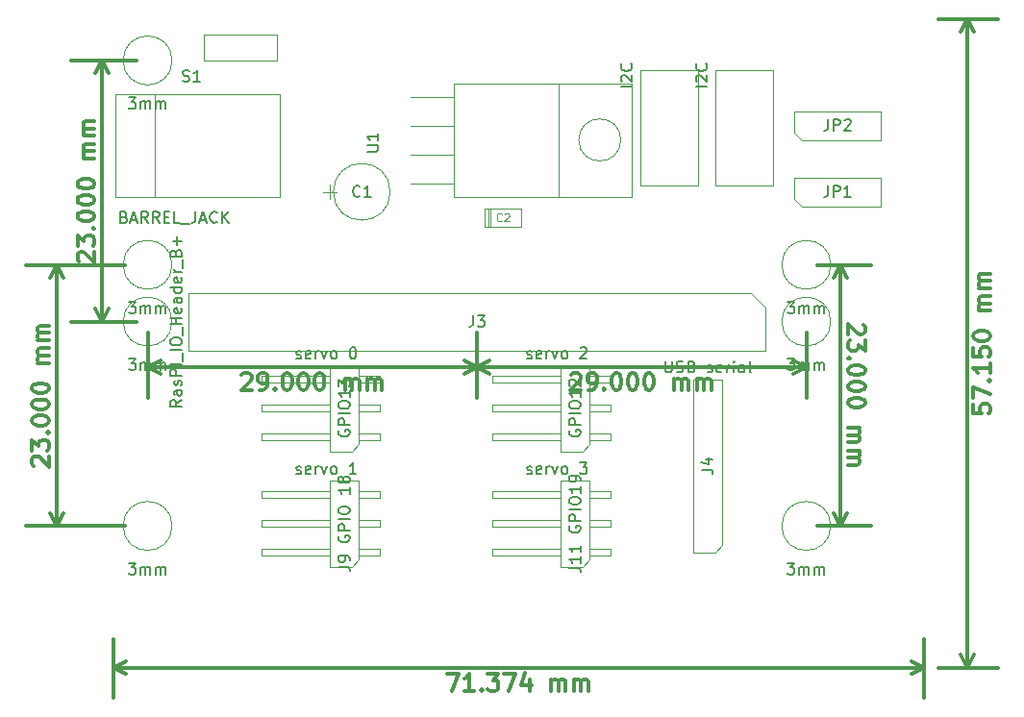
<source format=gbr>
G04 #@! TF.FileFunction,Other,Fab,Top*
%FSLAX46Y46*%
G04 Gerber Fmt 4.6, Leading zero omitted, Abs format (unit mm)*
G04 Created by KiCad (PCBNEW 4.0.7) date 2017 October 09, Monday 22:10:02*
%MOMM*%
%LPD*%
G01*
G04 APERTURE LIST*
%ADD10C,0.100000*%
%ADD11C,0.300000*%
%ADD12C,0.150000*%
%ADD13C,0.105000*%
G04 APERTURE END LIST*
D10*
D11*
X222778571Y-72103570D02*
X222778571Y-72817856D01*
X223492857Y-72889285D01*
X223421429Y-72817856D01*
X223350000Y-72674999D01*
X223350000Y-72317856D01*
X223421429Y-72174999D01*
X223492857Y-72103570D01*
X223635714Y-72032142D01*
X223992857Y-72032142D01*
X224135714Y-72103570D01*
X224207143Y-72174999D01*
X224278571Y-72317856D01*
X224278571Y-72674999D01*
X224207143Y-72817856D01*
X224135714Y-72889285D01*
X222778571Y-71532142D02*
X222778571Y-70532142D01*
X224278571Y-71174999D01*
X224135714Y-69960714D02*
X224207143Y-69889286D01*
X224278571Y-69960714D01*
X224207143Y-70032143D01*
X224135714Y-69960714D01*
X224278571Y-69960714D01*
X224278571Y-68460714D02*
X224278571Y-69317857D01*
X224278571Y-68889285D02*
X222778571Y-68889285D01*
X222992857Y-69032142D01*
X223135714Y-69175000D01*
X223207143Y-69317857D01*
X222778571Y-67103571D02*
X222778571Y-67817857D01*
X223492857Y-67889286D01*
X223421429Y-67817857D01*
X223350000Y-67675000D01*
X223350000Y-67317857D01*
X223421429Y-67175000D01*
X223492857Y-67103571D01*
X223635714Y-67032143D01*
X223992857Y-67032143D01*
X224135714Y-67103571D01*
X224207143Y-67175000D01*
X224278571Y-67317857D01*
X224278571Y-67675000D01*
X224207143Y-67817857D01*
X224135714Y-67889286D01*
X222778571Y-66103572D02*
X222778571Y-65960715D01*
X222850000Y-65817858D01*
X222921429Y-65746429D01*
X223064286Y-65675000D01*
X223350000Y-65603572D01*
X223707143Y-65603572D01*
X223992857Y-65675000D01*
X224135714Y-65746429D01*
X224207143Y-65817858D01*
X224278571Y-65960715D01*
X224278571Y-66103572D01*
X224207143Y-66246429D01*
X224135714Y-66317858D01*
X223992857Y-66389286D01*
X223707143Y-66460715D01*
X223350000Y-66460715D01*
X223064286Y-66389286D01*
X222921429Y-66317858D01*
X222850000Y-66246429D01*
X222778571Y-66103572D01*
X224278571Y-63817858D02*
X223278571Y-63817858D01*
X223421429Y-63817858D02*
X223350000Y-63746430D01*
X223278571Y-63603572D01*
X223278571Y-63389287D01*
X223350000Y-63246430D01*
X223492857Y-63175001D01*
X224278571Y-63175001D01*
X223492857Y-63175001D02*
X223350000Y-63103572D01*
X223278571Y-62960715D01*
X223278571Y-62746430D01*
X223350000Y-62603572D01*
X223492857Y-62532144D01*
X224278571Y-62532144D01*
X224278571Y-61817858D02*
X223278571Y-61817858D01*
X223421429Y-61817858D02*
X223350000Y-61746430D01*
X223278571Y-61603572D01*
X223278571Y-61389287D01*
X223350000Y-61246430D01*
X223492857Y-61175001D01*
X224278571Y-61175001D01*
X223492857Y-61175001D02*
X223350000Y-61103572D01*
X223278571Y-60960715D01*
X223278571Y-60746430D01*
X223350000Y-60603572D01*
X223492857Y-60532144D01*
X224278571Y-60532144D01*
X222250000Y-95250000D02*
X222250000Y-38100000D01*
X219710000Y-95250000D02*
X224950000Y-95250000D01*
X219710000Y-38100000D02*
X224950000Y-38100000D01*
X222250000Y-38100000D02*
X222836421Y-39226504D01*
X222250000Y-38100000D02*
X221663579Y-39226504D01*
X222250000Y-95250000D02*
X222836421Y-94123496D01*
X222250000Y-95250000D02*
X221663579Y-94123496D01*
X176467287Y-95778571D02*
X177467287Y-95778571D01*
X176824430Y-97278571D01*
X178824429Y-97278571D02*
X177967286Y-97278571D01*
X178395858Y-97278571D02*
X178395858Y-95778571D01*
X178253001Y-95992857D01*
X178110143Y-96135714D01*
X177967286Y-96207143D01*
X179467286Y-97135714D02*
X179538714Y-97207143D01*
X179467286Y-97278571D01*
X179395857Y-97207143D01*
X179467286Y-97135714D01*
X179467286Y-97278571D01*
X180038715Y-95778571D02*
X180967286Y-95778571D01*
X180467286Y-96350000D01*
X180681572Y-96350000D01*
X180824429Y-96421429D01*
X180895858Y-96492857D01*
X180967286Y-96635714D01*
X180967286Y-96992857D01*
X180895858Y-97135714D01*
X180824429Y-97207143D01*
X180681572Y-97278571D01*
X180253000Y-97278571D01*
X180110143Y-97207143D01*
X180038715Y-97135714D01*
X181467286Y-95778571D02*
X182467286Y-95778571D01*
X181824429Y-97278571D01*
X183681571Y-96278571D02*
X183681571Y-97278571D01*
X183324428Y-95707143D02*
X182967285Y-96778571D01*
X183895857Y-96778571D01*
X185610142Y-97278571D02*
X185610142Y-96278571D01*
X185610142Y-96421429D02*
X185681570Y-96350000D01*
X185824428Y-96278571D01*
X186038713Y-96278571D01*
X186181570Y-96350000D01*
X186252999Y-96492857D01*
X186252999Y-97278571D01*
X186252999Y-96492857D02*
X186324428Y-96350000D01*
X186467285Y-96278571D01*
X186681570Y-96278571D01*
X186824428Y-96350000D01*
X186895856Y-96492857D01*
X186895856Y-97278571D01*
X187610142Y-97278571D02*
X187610142Y-96278571D01*
X187610142Y-96421429D02*
X187681570Y-96350000D01*
X187824428Y-96278571D01*
X188038713Y-96278571D01*
X188181570Y-96350000D01*
X188252999Y-96492857D01*
X188252999Y-97278571D01*
X188252999Y-96492857D02*
X188324428Y-96350000D01*
X188467285Y-96278571D01*
X188681570Y-96278571D01*
X188824428Y-96350000D01*
X188895856Y-96492857D01*
X188895856Y-97278571D01*
X147066000Y-95250000D02*
X218440000Y-95250000D01*
X147066000Y-92710000D02*
X147066000Y-97950000D01*
X218440000Y-92710000D02*
X218440000Y-97950000D01*
X218440000Y-95250000D02*
X217313496Y-95836421D01*
X218440000Y-95250000D02*
X217313496Y-94663579D01*
X147066000Y-95250000D02*
X148192504Y-95836421D01*
X147066000Y-95250000D02*
X148192504Y-94663579D01*
X140041429Y-77484285D02*
X139970000Y-77412856D01*
X139898571Y-77269999D01*
X139898571Y-76912856D01*
X139970000Y-76769999D01*
X140041429Y-76698570D01*
X140184286Y-76627142D01*
X140327143Y-76627142D01*
X140541429Y-76698570D01*
X141398571Y-77555713D01*
X141398571Y-76627142D01*
X139898571Y-76127142D02*
X139898571Y-75198571D01*
X140470000Y-75698571D01*
X140470000Y-75484285D01*
X140541429Y-75341428D01*
X140612857Y-75269999D01*
X140755714Y-75198571D01*
X141112857Y-75198571D01*
X141255714Y-75269999D01*
X141327143Y-75341428D01*
X141398571Y-75484285D01*
X141398571Y-75912857D01*
X141327143Y-76055714D01*
X141255714Y-76127142D01*
X141255714Y-74555714D02*
X141327143Y-74484286D01*
X141398571Y-74555714D01*
X141327143Y-74627143D01*
X141255714Y-74555714D01*
X141398571Y-74555714D01*
X139898571Y-73555714D02*
X139898571Y-73412857D01*
X139970000Y-73270000D01*
X140041429Y-73198571D01*
X140184286Y-73127142D01*
X140470000Y-73055714D01*
X140827143Y-73055714D01*
X141112857Y-73127142D01*
X141255714Y-73198571D01*
X141327143Y-73270000D01*
X141398571Y-73412857D01*
X141398571Y-73555714D01*
X141327143Y-73698571D01*
X141255714Y-73770000D01*
X141112857Y-73841428D01*
X140827143Y-73912857D01*
X140470000Y-73912857D01*
X140184286Y-73841428D01*
X140041429Y-73770000D01*
X139970000Y-73698571D01*
X139898571Y-73555714D01*
X139898571Y-72127143D02*
X139898571Y-71984286D01*
X139970000Y-71841429D01*
X140041429Y-71770000D01*
X140184286Y-71698571D01*
X140470000Y-71627143D01*
X140827143Y-71627143D01*
X141112857Y-71698571D01*
X141255714Y-71770000D01*
X141327143Y-71841429D01*
X141398571Y-71984286D01*
X141398571Y-72127143D01*
X141327143Y-72270000D01*
X141255714Y-72341429D01*
X141112857Y-72412857D01*
X140827143Y-72484286D01*
X140470000Y-72484286D01*
X140184286Y-72412857D01*
X140041429Y-72341429D01*
X139970000Y-72270000D01*
X139898571Y-72127143D01*
X139898571Y-70698572D02*
X139898571Y-70555715D01*
X139970000Y-70412858D01*
X140041429Y-70341429D01*
X140184286Y-70270000D01*
X140470000Y-70198572D01*
X140827143Y-70198572D01*
X141112857Y-70270000D01*
X141255714Y-70341429D01*
X141327143Y-70412858D01*
X141398571Y-70555715D01*
X141398571Y-70698572D01*
X141327143Y-70841429D01*
X141255714Y-70912858D01*
X141112857Y-70984286D01*
X140827143Y-71055715D01*
X140470000Y-71055715D01*
X140184286Y-70984286D01*
X140041429Y-70912858D01*
X139970000Y-70841429D01*
X139898571Y-70698572D01*
X141398571Y-68412858D02*
X140398571Y-68412858D01*
X140541429Y-68412858D02*
X140470000Y-68341430D01*
X140398571Y-68198572D01*
X140398571Y-67984287D01*
X140470000Y-67841430D01*
X140612857Y-67770001D01*
X141398571Y-67770001D01*
X140612857Y-67770001D02*
X140470000Y-67698572D01*
X140398571Y-67555715D01*
X140398571Y-67341430D01*
X140470000Y-67198572D01*
X140612857Y-67127144D01*
X141398571Y-67127144D01*
X141398571Y-66412858D02*
X140398571Y-66412858D01*
X140541429Y-66412858D02*
X140470000Y-66341430D01*
X140398571Y-66198572D01*
X140398571Y-65984287D01*
X140470000Y-65841430D01*
X140612857Y-65770001D01*
X141398571Y-65770001D01*
X140612857Y-65770001D02*
X140470000Y-65698572D01*
X140398571Y-65555715D01*
X140398571Y-65341430D01*
X140470000Y-65198572D01*
X140612857Y-65127144D01*
X141398571Y-65127144D01*
X142070000Y-82770000D02*
X142070000Y-59770000D01*
X148070000Y-82770000D02*
X139370000Y-82770000D01*
X148070000Y-59770000D02*
X139370000Y-59770000D01*
X142070000Y-59770000D02*
X142656421Y-60896504D01*
X142070000Y-59770000D02*
X141483579Y-60896504D01*
X142070000Y-82770000D02*
X142656421Y-81643496D01*
X142070000Y-82770000D02*
X141483579Y-81643496D01*
X213098571Y-65055715D02*
X213170000Y-65127144D01*
X213241429Y-65270001D01*
X213241429Y-65627144D01*
X213170000Y-65770001D01*
X213098571Y-65841430D01*
X212955714Y-65912858D01*
X212812857Y-65912858D01*
X212598571Y-65841430D01*
X211741429Y-64984287D01*
X211741429Y-65912858D01*
X213241429Y-66412858D02*
X213241429Y-67341429D01*
X212670000Y-66841429D01*
X212670000Y-67055715D01*
X212598571Y-67198572D01*
X212527143Y-67270001D01*
X212384286Y-67341429D01*
X212027143Y-67341429D01*
X211884286Y-67270001D01*
X211812857Y-67198572D01*
X211741429Y-67055715D01*
X211741429Y-66627143D01*
X211812857Y-66484286D01*
X211884286Y-66412858D01*
X211884286Y-67984286D02*
X211812857Y-68055714D01*
X211741429Y-67984286D01*
X211812857Y-67912857D01*
X211884286Y-67984286D01*
X211741429Y-67984286D01*
X213241429Y-68984286D02*
X213241429Y-69127143D01*
X213170000Y-69270000D01*
X213098571Y-69341429D01*
X212955714Y-69412858D01*
X212670000Y-69484286D01*
X212312857Y-69484286D01*
X212027143Y-69412858D01*
X211884286Y-69341429D01*
X211812857Y-69270000D01*
X211741429Y-69127143D01*
X211741429Y-68984286D01*
X211812857Y-68841429D01*
X211884286Y-68770000D01*
X212027143Y-68698572D01*
X212312857Y-68627143D01*
X212670000Y-68627143D01*
X212955714Y-68698572D01*
X213098571Y-68770000D01*
X213170000Y-68841429D01*
X213241429Y-68984286D01*
X213241429Y-70412857D02*
X213241429Y-70555714D01*
X213170000Y-70698571D01*
X213098571Y-70770000D01*
X212955714Y-70841429D01*
X212670000Y-70912857D01*
X212312857Y-70912857D01*
X212027143Y-70841429D01*
X211884286Y-70770000D01*
X211812857Y-70698571D01*
X211741429Y-70555714D01*
X211741429Y-70412857D01*
X211812857Y-70270000D01*
X211884286Y-70198571D01*
X212027143Y-70127143D01*
X212312857Y-70055714D01*
X212670000Y-70055714D01*
X212955714Y-70127143D01*
X213098571Y-70198571D01*
X213170000Y-70270000D01*
X213241429Y-70412857D01*
X213241429Y-71841428D02*
X213241429Y-71984285D01*
X213170000Y-72127142D01*
X213098571Y-72198571D01*
X212955714Y-72270000D01*
X212670000Y-72341428D01*
X212312857Y-72341428D01*
X212027143Y-72270000D01*
X211884286Y-72198571D01*
X211812857Y-72127142D01*
X211741429Y-71984285D01*
X211741429Y-71841428D01*
X211812857Y-71698571D01*
X211884286Y-71627142D01*
X212027143Y-71555714D01*
X212312857Y-71484285D01*
X212670000Y-71484285D01*
X212955714Y-71555714D01*
X213098571Y-71627142D01*
X213170000Y-71698571D01*
X213241429Y-71841428D01*
X211741429Y-74127142D02*
X212741429Y-74127142D01*
X212598571Y-74127142D02*
X212670000Y-74198570D01*
X212741429Y-74341428D01*
X212741429Y-74555713D01*
X212670000Y-74698570D01*
X212527143Y-74769999D01*
X211741429Y-74769999D01*
X212527143Y-74769999D02*
X212670000Y-74841428D01*
X212741429Y-74984285D01*
X212741429Y-75198570D01*
X212670000Y-75341428D01*
X212527143Y-75412856D01*
X211741429Y-75412856D01*
X211741429Y-76127142D02*
X212741429Y-76127142D01*
X212598571Y-76127142D02*
X212670000Y-76198570D01*
X212741429Y-76341428D01*
X212741429Y-76555713D01*
X212670000Y-76698570D01*
X212527143Y-76769999D01*
X211741429Y-76769999D01*
X212527143Y-76769999D02*
X212670000Y-76841428D01*
X212741429Y-76984285D01*
X212741429Y-77198570D01*
X212670000Y-77341428D01*
X212527143Y-77412856D01*
X211741429Y-77412856D01*
X211070000Y-59770000D02*
X211070000Y-82770000D01*
X209070000Y-59770000D02*
X213770000Y-59770000D01*
X209070000Y-82770000D02*
X213770000Y-82770000D01*
X211070000Y-82770000D02*
X210483579Y-81643496D01*
X211070000Y-82770000D02*
X211656421Y-81643496D01*
X211070000Y-59770000D02*
X210483579Y-60896504D01*
X211070000Y-59770000D02*
X211656421Y-60896504D01*
X187355715Y-69441429D02*
X187427144Y-69370000D01*
X187570001Y-69298571D01*
X187927144Y-69298571D01*
X188070001Y-69370000D01*
X188141430Y-69441429D01*
X188212858Y-69584286D01*
X188212858Y-69727143D01*
X188141430Y-69941429D01*
X187284287Y-70798571D01*
X188212858Y-70798571D01*
X188927143Y-70798571D02*
X189212858Y-70798571D01*
X189355715Y-70727143D01*
X189427143Y-70655714D01*
X189570001Y-70441429D01*
X189641429Y-70155714D01*
X189641429Y-69584286D01*
X189570001Y-69441429D01*
X189498572Y-69370000D01*
X189355715Y-69298571D01*
X189070001Y-69298571D01*
X188927143Y-69370000D01*
X188855715Y-69441429D01*
X188784286Y-69584286D01*
X188784286Y-69941429D01*
X188855715Y-70084286D01*
X188927143Y-70155714D01*
X189070001Y-70227143D01*
X189355715Y-70227143D01*
X189498572Y-70155714D01*
X189570001Y-70084286D01*
X189641429Y-69941429D01*
X190284286Y-70655714D02*
X190355714Y-70727143D01*
X190284286Y-70798571D01*
X190212857Y-70727143D01*
X190284286Y-70655714D01*
X190284286Y-70798571D01*
X191284286Y-69298571D02*
X191427143Y-69298571D01*
X191570000Y-69370000D01*
X191641429Y-69441429D01*
X191712858Y-69584286D01*
X191784286Y-69870000D01*
X191784286Y-70227143D01*
X191712858Y-70512857D01*
X191641429Y-70655714D01*
X191570000Y-70727143D01*
X191427143Y-70798571D01*
X191284286Y-70798571D01*
X191141429Y-70727143D01*
X191070000Y-70655714D01*
X190998572Y-70512857D01*
X190927143Y-70227143D01*
X190927143Y-69870000D01*
X190998572Y-69584286D01*
X191070000Y-69441429D01*
X191141429Y-69370000D01*
X191284286Y-69298571D01*
X192712857Y-69298571D02*
X192855714Y-69298571D01*
X192998571Y-69370000D01*
X193070000Y-69441429D01*
X193141429Y-69584286D01*
X193212857Y-69870000D01*
X193212857Y-70227143D01*
X193141429Y-70512857D01*
X193070000Y-70655714D01*
X192998571Y-70727143D01*
X192855714Y-70798571D01*
X192712857Y-70798571D01*
X192570000Y-70727143D01*
X192498571Y-70655714D01*
X192427143Y-70512857D01*
X192355714Y-70227143D01*
X192355714Y-69870000D01*
X192427143Y-69584286D01*
X192498571Y-69441429D01*
X192570000Y-69370000D01*
X192712857Y-69298571D01*
X194141428Y-69298571D02*
X194284285Y-69298571D01*
X194427142Y-69370000D01*
X194498571Y-69441429D01*
X194570000Y-69584286D01*
X194641428Y-69870000D01*
X194641428Y-70227143D01*
X194570000Y-70512857D01*
X194498571Y-70655714D01*
X194427142Y-70727143D01*
X194284285Y-70798571D01*
X194141428Y-70798571D01*
X193998571Y-70727143D01*
X193927142Y-70655714D01*
X193855714Y-70512857D01*
X193784285Y-70227143D01*
X193784285Y-69870000D01*
X193855714Y-69584286D01*
X193927142Y-69441429D01*
X193998571Y-69370000D01*
X194141428Y-69298571D01*
X196427142Y-70798571D02*
X196427142Y-69798571D01*
X196427142Y-69941429D02*
X196498570Y-69870000D01*
X196641428Y-69798571D01*
X196855713Y-69798571D01*
X196998570Y-69870000D01*
X197069999Y-70012857D01*
X197069999Y-70798571D01*
X197069999Y-70012857D02*
X197141428Y-69870000D01*
X197284285Y-69798571D01*
X197498570Y-69798571D01*
X197641428Y-69870000D01*
X197712856Y-70012857D01*
X197712856Y-70798571D01*
X198427142Y-70798571D02*
X198427142Y-69798571D01*
X198427142Y-69941429D02*
X198498570Y-69870000D01*
X198641428Y-69798571D01*
X198855713Y-69798571D01*
X198998570Y-69870000D01*
X199069999Y-70012857D01*
X199069999Y-70798571D01*
X199069999Y-70012857D02*
X199141428Y-69870000D01*
X199284285Y-69798571D01*
X199498570Y-69798571D01*
X199641428Y-69870000D01*
X199712856Y-70012857D01*
X199712856Y-70798571D01*
X179070000Y-68770000D02*
X208070000Y-68770000D01*
X179070000Y-65770000D02*
X179070000Y-71470000D01*
X208070000Y-65770000D02*
X208070000Y-71470000D01*
X208070000Y-68770000D02*
X206943496Y-69356421D01*
X208070000Y-68770000D02*
X206943496Y-68183579D01*
X179070000Y-68770000D02*
X180196504Y-69356421D01*
X179070000Y-68770000D02*
X180196504Y-68183579D01*
X144041429Y-59484285D02*
X143970000Y-59412856D01*
X143898571Y-59269999D01*
X143898571Y-58912856D01*
X143970000Y-58769999D01*
X144041429Y-58698570D01*
X144184286Y-58627142D01*
X144327143Y-58627142D01*
X144541429Y-58698570D01*
X145398571Y-59555713D01*
X145398571Y-58627142D01*
X143898571Y-58127142D02*
X143898571Y-57198571D01*
X144470000Y-57698571D01*
X144470000Y-57484285D01*
X144541429Y-57341428D01*
X144612857Y-57269999D01*
X144755714Y-57198571D01*
X145112857Y-57198571D01*
X145255714Y-57269999D01*
X145327143Y-57341428D01*
X145398571Y-57484285D01*
X145398571Y-57912857D01*
X145327143Y-58055714D01*
X145255714Y-58127142D01*
X145255714Y-56555714D02*
X145327143Y-56484286D01*
X145398571Y-56555714D01*
X145327143Y-56627143D01*
X145255714Y-56555714D01*
X145398571Y-56555714D01*
X143898571Y-55555714D02*
X143898571Y-55412857D01*
X143970000Y-55270000D01*
X144041429Y-55198571D01*
X144184286Y-55127142D01*
X144470000Y-55055714D01*
X144827143Y-55055714D01*
X145112857Y-55127142D01*
X145255714Y-55198571D01*
X145327143Y-55270000D01*
X145398571Y-55412857D01*
X145398571Y-55555714D01*
X145327143Y-55698571D01*
X145255714Y-55770000D01*
X145112857Y-55841428D01*
X144827143Y-55912857D01*
X144470000Y-55912857D01*
X144184286Y-55841428D01*
X144041429Y-55770000D01*
X143970000Y-55698571D01*
X143898571Y-55555714D01*
X143898571Y-54127143D02*
X143898571Y-53984286D01*
X143970000Y-53841429D01*
X144041429Y-53770000D01*
X144184286Y-53698571D01*
X144470000Y-53627143D01*
X144827143Y-53627143D01*
X145112857Y-53698571D01*
X145255714Y-53770000D01*
X145327143Y-53841429D01*
X145398571Y-53984286D01*
X145398571Y-54127143D01*
X145327143Y-54270000D01*
X145255714Y-54341429D01*
X145112857Y-54412857D01*
X144827143Y-54484286D01*
X144470000Y-54484286D01*
X144184286Y-54412857D01*
X144041429Y-54341429D01*
X143970000Y-54270000D01*
X143898571Y-54127143D01*
X143898571Y-52698572D02*
X143898571Y-52555715D01*
X143970000Y-52412858D01*
X144041429Y-52341429D01*
X144184286Y-52270000D01*
X144470000Y-52198572D01*
X144827143Y-52198572D01*
X145112857Y-52270000D01*
X145255714Y-52341429D01*
X145327143Y-52412858D01*
X145398571Y-52555715D01*
X145398571Y-52698572D01*
X145327143Y-52841429D01*
X145255714Y-52912858D01*
X145112857Y-52984286D01*
X144827143Y-53055715D01*
X144470000Y-53055715D01*
X144184286Y-52984286D01*
X144041429Y-52912858D01*
X143970000Y-52841429D01*
X143898571Y-52698572D01*
X145398571Y-50412858D02*
X144398571Y-50412858D01*
X144541429Y-50412858D02*
X144470000Y-50341430D01*
X144398571Y-50198572D01*
X144398571Y-49984287D01*
X144470000Y-49841430D01*
X144612857Y-49770001D01*
X145398571Y-49770001D01*
X144612857Y-49770001D02*
X144470000Y-49698572D01*
X144398571Y-49555715D01*
X144398571Y-49341430D01*
X144470000Y-49198572D01*
X144612857Y-49127144D01*
X145398571Y-49127144D01*
X145398571Y-48412858D02*
X144398571Y-48412858D01*
X144541429Y-48412858D02*
X144470000Y-48341430D01*
X144398571Y-48198572D01*
X144398571Y-47984287D01*
X144470000Y-47841430D01*
X144612857Y-47770001D01*
X145398571Y-47770001D01*
X144612857Y-47770001D02*
X144470000Y-47698572D01*
X144398571Y-47555715D01*
X144398571Y-47341430D01*
X144470000Y-47198572D01*
X144612857Y-47127144D01*
X145398571Y-47127144D01*
X146070000Y-64770000D02*
X146070000Y-41770000D01*
X149070000Y-64770000D02*
X143370000Y-64770000D01*
X149070000Y-41770000D02*
X143370000Y-41770000D01*
X146070000Y-41770000D02*
X146656421Y-42896504D01*
X146070000Y-41770000D02*
X145483579Y-42896504D01*
X146070000Y-64770000D02*
X146656421Y-63643496D01*
X146070000Y-64770000D02*
X145483579Y-63643496D01*
X158355715Y-69441429D02*
X158427144Y-69370000D01*
X158570001Y-69298571D01*
X158927144Y-69298571D01*
X159070001Y-69370000D01*
X159141430Y-69441429D01*
X159212858Y-69584286D01*
X159212858Y-69727143D01*
X159141430Y-69941429D01*
X158284287Y-70798571D01*
X159212858Y-70798571D01*
X159927143Y-70798571D02*
X160212858Y-70798571D01*
X160355715Y-70727143D01*
X160427143Y-70655714D01*
X160570001Y-70441429D01*
X160641429Y-70155714D01*
X160641429Y-69584286D01*
X160570001Y-69441429D01*
X160498572Y-69370000D01*
X160355715Y-69298571D01*
X160070001Y-69298571D01*
X159927143Y-69370000D01*
X159855715Y-69441429D01*
X159784286Y-69584286D01*
X159784286Y-69941429D01*
X159855715Y-70084286D01*
X159927143Y-70155714D01*
X160070001Y-70227143D01*
X160355715Y-70227143D01*
X160498572Y-70155714D01*
X160570001Y-70084286D01*
X160641429Y-69941429D01*
X161284286Y-70655714D02*
X161355714Y-70727143D01*
X161284286Y-70798571D01*
X161212857Y-70727143D01*
X161284286Y-70655714D01*
X161284286Y-70798571D01*
X162284286Y-69298571D02*
X162427143Y-69298571D01*
X162570000Y-69370000D01*
X162641429Y-69441429D01*
X162712858Y-69584286D01*
X162784286Y-69870000D01*
X162784286Y-70227143D01*
X162712858Y-70512857D01*
X162641429Y-70655714D01*
X162570000Y-70727143D01*
X162427143Y-70798571D01*
X162284286Y-70798571D01*
X162141429Y-70727143D01*
X162070000Y-70655714D01*
X161998572Y-70512857D01*
X161927143Y-70227143D01*
X161927143Y-69870000D01*
X161998572Y-69584286D01*
X162070000Y-69441429D01*
X162141429Y-69370000D01*
X162284286Y-69298571D01*
X163712857Y-69298571D02*
X163855714Y-69298571D01*
X163998571Y-69370000D01*
X164070000Y-69441429D01*
X164141429Y-69584286D01*
X164212857Y-69870000D01*
X164212857Y-70227143D01*
X164141429Y-70512857D01*
X164070000Y-70655714D01*
X163998571Y-70727143D01*
X163855714Y-70798571D01*
X163712857Y-70798571D01*
X163570000Y-70727143D01*
X163498571Y-70655714D01*
X163427143Y-70512857D01*
X163355714Y-70227143D01*
X163355714Y-69870000D01*
X163427143Y-69584286D01*
X163498571Y-69441429D01*
X163570000Y-69370000D01*
X163712857Y-69298571D01*
X165141428Y-69298571D02*
X165284285Y-69298571D01*
X165427142Y-69370000D01*
X165498571Y-69441429D01*
X165570000Y-69584286D01*
X165641428Y-69870000D01*
X165641428Y-70227143D01*
X165570000Y-70512857D01*
X165498571Y-70655714D01*
X165427142Y-70727143D01*
X165284285Y-70798571D01*
X165141428Y-70798571D01*
X164998571Y-70727143D01*
X164927142Y-70655714D01*
X164855714Y-70512857D01*
X164784285Y-70227143D01*
X164784285Y-69870000D01*
X164855714Y-69584286D01*
X164927142Y-69441429D01*
X164998571Y-69370000D01*
X165141428Y-69298571D01*
X167427142Y-70798571D02*
X167427142Y-69798571D01*
X167427142Y-69941429D02*
X167498570Y-69870000D01*
X167641428Y-69798571D01*
X167855713Y-69798571D01*
X167998570Y-69870000D01*
X168069999Y-70012857D01*
X168069999Y-70798571D01*
X168069999Y-70012857D02*
X168141428Y-69870000D01*
X168284285Y-69798571D01*
X168498570Y-69798571D01*
X168641428Y-69870000D01*
X168712856Y-70012857D01*
X168712856Y-70798571D01*
X169427142Y-70798571D02*
X169427142Y-69798571D01*
X169427142Y-69941429D02*
X169498570Y-69870000D01*
X169641428Y-69798571D01*
X169855713Y-69798571D01*
X169998570Y-69870000D01*
X170069999Y-70012857D01*
X170069999Y-70798571D01*
X170069999Y-70012857D02*
X170141428Y-69870000D01*
X170284285Y-69798571D01*
X170498570Y-69798571D01*
X170641428Y-69870000D01*
X170712856Y-70012857D01*
X170712856Y-70798571D01*
X179070000Y-68770000D02*
X150070000Y-68770000D01*
X179070000Y-65770000D02*
X179070000Y-71470000D01*
X150070000Y-65770000D02*
X150070000Y-71470000D01*
X150070000Y-68770000D02*
X151196504Y-68183579D01*
X150070000Y-68770000D02*
X151196504Y-69356421D01*
X179070000Y-68770000D02*
X177943496Y-68183579D01*
X179070000Y-68770000D02*
X177943496Y-69356421D01*
D10*
X168045000Y-86360000D02*
X166140000Y-86360000D01*
X166140000Y-86360000D02*
X166140000Y-78740000D01*
X166140000Y-78740000D02*
X168680000Y-78740000D01*
X168680000Y-78740000D02*
X168680000Y-85725000D01*
X168680000Y-85725000D02*
X168045000Y-86360000D01*
X170500000Y-85410000D02*
X168680000Y-85410000D01*
X170500000Y-85410000D02*
X170500000Y-84770000D01*
X170500000Y-84770000D02*
X168680000Y-84770000D01*
X166140000Y-85410000D02*
X160140000Y-85410000D01*
X160140000Y-85410000D02*
X160140000Y-84770000D01*
X166140000Y-84770000D02*
X160140000Y-84770000D01*
X170500000Y-82870000D02*
X168680000Y-82870000D01*
X170500000Y-82870000D02*
X170500000Y-82230000D01*
X170500000Y-82230000D02*
X168680000Y-82230000D01*
X166140000Y-82870000D02*
X160140000Y-82870000D01*
X160140000Y-82870000D02*
X160140000Y-82230000D01*
X166140000Y-82230000D02*
X160140000Y-82230000D01*
X170500000Y-80330000D02*
X168680000Y-80330000D01*
X170500000Y-80330000D02*
X170500000Y-79690000D01*
X170500000Y-79690000D02*
X168680000Y-79690000D01*
X166140000Y-80330000D02*
X160140000Y-80330000D01*
X160140000Y-80330000D02*
X160140000Y-79690000D01*
X166140000Y-79690000D02*
X160140000Y-79690000D01*
X150740000Y-44776000D02*
X150740000Y-53776000D01*
X147240000Y-44776000D02*
X147240000Y-53776000D01*
X147240000Y-53776000D02*
X161740000Y-53776000D01*
X161740000Y-53776000D02*
X161740000Y-44776000D01*
X161740000Y-44776000D02*
X147240000Y-44776000D01*
X210224066Y-59770000D02*
G75*
G03X210224066Y-59770000I-2154066J0D01*
G01*
X171430000Y-53340000D02*
G75*
G03X171430000Y-53340000I-2500000J0D01*
G01*
X165480000Y-53340000D02*
X166680000Y-53340000D01*
X166080000Y-52690000D02*
X166080000Y-53990000D01*
X200046000Y-42604000D02*
X205146000Y-42604000D01*
X205146000Y-42604000D02*
X205146000Y-52804000D01*
X205146000Y-52804000D02*
X200046000Y-52804000D01*
X200046000Y-52804000D02*
X200046000Y-42604000D01*
X207010000Y-53975000D02*
X207010000Y-52070000D01*
X207010000Y-52070000D02*
X214630000Y-52070000D01*
X214630000Y-52070000D02*
X214630000Y-54610000D01*
X214630000Y-54610000D02*
X207645000Y-54610000D01*
X207645000Y-54610000D02*
X207010000Y-53975000D01*
X200025000Y-85090000D02*
X198120000Y-85090000D01*
X198120000Y-85090000D02*
X198120000Y-69850000D01*
X198120000Y-69850000D02*
X200660000Y-69850000D01*
X200660000Y-69850000D02*
X200660000Y-84455000D01*
X200660000Y-84455000D02*
X200025000Y-85090000D01*
X204470000Y-63500000D02*
X204470000Y-67310000D01*
X204470000Y-67310000D02*
X153670000Y-67310000D01*
X153670000Y-67310000D02*
X153670000Y-62230000D01*
X153670000Y-62230000D02*
X203200000Y-62230000D01*
X203200000Y-62230000D02*
X204470000Y-63500000D01*
X193442000Y-42604000D02*
X198542000Y-42604000D01*
X198542000Y-42604000D02*
X198542000Y-52804000D01*
X198542000Y-52804000D02*
X193442000Y-52804000D01*
X193442000Y-52804000D02*
X193442000Y-42604000D01*
X168045000Y-76200000D02*
X166140000Y-76200000D01*
X166140000Y-76200000D02*
X166140000Y-68580000D01*
X166140000Y-68580000D02*
X168680000Y-68580000D01*
X168680000Y-68580000D02*
X168680000Y-75565000D01*
X168680000Y-75565000D02*
X168045000Y-76200000D01*
X170500000Y-75250000D02*
X168680000Y-75250000D01*
X170500000Y-75250000D02*
X170500000Y-74610000D01*
X170500000Y-74610000D02*
X168680000Y-74610000D01*
X166140000Y-75250000D02*
X160140000Y-75250000D01*
X160140000Y-75250000D02*
X160140000Y-74610000D01*
X166140000Y-74610000D02*
X160140000Y-74610000D01*
X170500000Y-72710000D02*
X168680000Y-72710000D01*
X170500000Y-72710000D02*
X170500000Y-72070000D01*
X170500000Y-72070000D02*
X168680000Y-72070000D01*
X166140000Y-72710000D02*
X160140000Y-72710000D01*
X160140000Y-72710000D02*
X160140000Y-72070000D01*
X166140000Y-72070000D02*
X160140000Y-72070000D01*
X170500000Y-70170000D02*
X168680000Y-70170000D01*
X170500000Y-70170000D02*
X170500000Y-69530000D01*
X170500000Y-69530000D02*
X168680000Y-69530000D01*
X166140000Y-70170000D02*
X160140000Y-70170000D01*
X160140000Y-70170000D02*
X160140000Y-69530000D01*
X166140000Y-69530000D02*
X160140000Y-69530000D01*
X188365000Y-76200000D02*
X186460000Y-76200000D01*
X186460000Y-76200000D02*
X186460000Y-68580000D01*
X186460000Y-68580000D02*
X189000000Y-68580000D01*
X189000000Y-68580000D02*
X189000000Y-75565000D01*
X189000000Y-75565000D02*
X188365000Y-76200000D01*
X190820000Y-75250000D02*
X189000000Y-75250000D01*
X190820000Y-75250000D02*
X190820000Y-74610000D01*
X190820000Y-74610000D02*
X189000000Y-74610000D01*
X186460000Y-75250000D02*
X180460000Y-75250000D01*
X180460000Y-75250000D02*
X180460000Y-74610000D01*
X186460000Y-74610000D02*
X180460000Y-74610000D01*
X190820000Y-72710000D02*
X189000000Y-72710000D01*
X190820000Y-72710000D02*
X190820000Y-72070000D01*
X190820000Y-72070000D02*
X189000000Y-72070000D01*
X186460000Y-72710000D02*
X180460000Y-72710000D01*
X180460000Y-72710000D02*
X180460000Y-72070000D01*
X186460000Y-72070000D02*
X180460000Y-72070000D01*
X190820000Y-70170000D02*
X189000000Y-70170000D01*
X190820000Y-70170000D02*
X190820000Y-69530000D01*
X190820000Y-69530000D02*
X189000000Y-69530000D01*
X186460000Y-70170000D02*
X180460000Y-70170000D01*
X180460000Y-70170000D02*
X180460000Y-69530000D01*
X186460000Y-69530000D02*
X180460000Y-69530000D01*
X188365000Y-86360000D02*
X186460000Y-86360000D01*
X186460000Y-86360000D02*
X186460000Y-78740000D01*
X186460000Y-78740000D02*
X189000000Y-78740000D01*
X189000000Y-78740000D02*
X189000000Y-85725000D01*
X189000000Y-85725000D02*
X188365000Y-86360000D01*
X190820000Y-85410000D02*
X189000000Y-85410000D01*
X190820000Y-85410000D02*
X190820000Y-84770000D01*
X190820000Y-84770000D02*
X189000000Y-84770000D01*
X186460000Y-85410000D02*
X180460000Y-85410000D01*
X180460000Y-85410000D02*
X180460000Y-84770000D01*
X186460000Y-84770000D02*
X180460000Y-84770000D01*
X190820000Y-82870000D02*
X189000000Y-82870000D01*
X190820000Y-82870000D02*
X190820000Y-82230000D01*
X190820000Y-82230000D02*
X189000000Y-82230000D01*
X186460000Y-82870000D02*
X180460000Y-82870000D01*
X180460000Y-82870000D02*
X180460000Y-82230000D01*
X186460000Y-82230000D02*
X180460000Y-82230000D01*
X190820000Y-80330000D02*
X189000000Y-80330000D01*
X190820000Y-80330000D02*
X190820000Y-79690000D01*
X190820000Y-79690000D02*
X189000000Y-79690000D01*
X186460000Y-80330000D02*
X180460000Y-80330000D01*
X180460000Y-80330000D02*
X180460000Y-79690000D01*
X186460000Y-79690000D02*
X180460000Y-79690000D01*
X207010000Y-48133000D02*
X207010000Y-46228000D01*
X207010000Y-46228000D02*
X214630000Y-46228000D01*
X214630000Y-46228000D02*
X214630000Y-48768000D01*
X214630000Y-48768000D02*
X207645000Y-48768000D01*
X207645000Y-48768000D02*
X207010000Y-48133000D01*
X161442000Y-41790000D02*
X154992000Y-41790000D01*
X154992000Y-41790000D02*
X154992000Y-39490000D01*
X154992000Y-39490000D02*
X161442000Y-39490000D01*
X161442000Y-39490000D02*
X161442000Y-41790000D01*
X179756000Y-54826000D02*
X179756000Y-56426000D01*
X179756000Y-56426000D02*
X182956000Y-56426000D01*
X182956000Y-56426000D02*
X182956000Y-54826000D01*
X182956000Y-54826000D02*
X179756000Y-54826000D01*
X180076000Y-54826000D02*
X180076000Y-56426000D01*
X180236000Y-54826000D02*
X180236000Y-56426000D01*
X186288000Y-43768000D02*
X192688000Y-43768000D01*
X192688000Y-43768000D02*
X192688000Y-53768000D01*
X192688000Y-53768000D02*
X186288000Y-53768000D01*
X186288000Y-53768000D02*
X186288000Y-43768000D01*
X177038000Y-43768000D02*
X186288000Y-43768000D01*
X186288000Y-43768000D02*
X186288000Y-53768000D01*
X186288000Y-53768000D02*
X177038000Y-53768000D01*
X177038000Y-53768000D02*
X177038000Y-43768000D01*
X177038000Y-44958000D02*
X173228000Y-44958000D01*
X177038000Y-47498000D02*
X173228000Y-47498000D01*
X177038000Y-50038000D02*
X173228000Y-50038000D01*
X177038000Y-52578000D02*
X173228000Y-52578000D01*
X191738000Y-48768000D02*
G75*
G03X191738000Y-48768000I-1850000J0D01*
G01*
X152224066Y-64770000D02*
G75*
G03X152224066Y-64770000I-2154066J0D01*
G01*
X152224066Y-82770000D02*
G75*
G03X152224066Y-82770000I-2154066J0D01*
G01*
X152224066Y-59770000D02*
G75*
G03X152224066Y-59770000I-2154066J0D01*
G01*
X152224066Y-41770000D02*
G75*
G03X152224066Y-41770000I-2154066J0D01*
G01*
X210224066Y-64770000D02*
G75*
G03X210224066Y-64770000I-2154066J0D01*
G01*
X210224066Y-82770000D02*
G75*
G03X210224066Y-82770000I-2154066J0D01*
G01*
D12*
X163152142Y-78144762D02*
X163247380Y-78192381D01*
X163437856Y-78192381D01*
X163533095Y-78144762D01*
X163580714Y-78049524D01*
X163580714Y-78001905D01*
X163533095Y-77906667D01*
X163437856Y-77859048D01*
X163294999Y-77859048D01*
X163199761Y-77811429D01*
X163152142Y-77716190D01*
X163152142Y-77668571D01*
X163199761Y-77573333D01*
X163294999Y-77525714D01*
X163437856Y-77525714D01*
X163533095Y-77573333D01*
X164390238Y-78144762D02*
X164295000Y-78192381D01*
X164104523Y-78192381D01*
X164009285Y-78144762D01*
X163961666Y-78049524D01*
X163961666Y-77668571D01*
X164009285Y-77573333D01*
X164104523Y-77525714D01*
X164295000Y-77525714D01*
X164390238Y-77573333D01*
X164437857Y-77668571D01*
X164437857Y-77763810D01*
X163961666Y-77859048D01*
X164866428Y-78192381D02*
X164866428Y-77525714D01*
X164866428Y-77716190D02*
X164914047Y-77620952D01*
X164961666Y-77573333D01*
X165056904Y-77525714D01*
X165152143Y-77525714D01*
X165390238Y-77525714D02*
X165628333Y-78192381D01*
X165866429Y-77525714D01*
X166390238Y-78192381D02*
X166295000Y-78144762D01*
X166247381Y-78097143D01*
X166199762Y-78001905D01*
X166199762Y-77716190D01*
X166247381Y-77620952D01*
X166295000Y-77573333D01*
X166390238Y-77525714D01*
X166533096Y-77525714D01*
X166628334Y-77573333D01*
X166675953Y-77620952D01*
X166723572Y-77716190D01*
X166723572Y-78001905D01*
X166675953Y-78097143D01*
X166628334Y-78144762D01*
X166533096Y-78192381D01*
X166390238Y-78192381D01*
X168437858Y-78192381D02*
X167866429Y-78192381D01*
X168152143Y-78192381D02*
X168152143Y-77192381D01*
X168056905Y-77335238D01*
X167961667Y-77430476D01*
X167866429Y-77478095D01*
X166862381Y-86359523D02*
X167576667Y-86359523D01*
X167719524Y-86407143D01*
X167814762Y-86502381D01*
X167862381Y-86645238D01*
X167862381Y-86740476D01*
X167862381Y-85835714D02*
X167862381Y-85645238D01*
X167814762Y-85549999D01*
X167767143Y-85502380D01*
X167624286Y-85407142D01*
X167433810Y-85359523D01*
X167052857Y-85359523D01*
X166957619Y-85407142D01*
X166910000Y-85454761D01*
X166862381Y-85549999D01*
X166862381Y-85740476D01*
X166910000Y-85835714D01*
X166957619Y-85883333D01*
X167052857Y-85930952D01*
X167290952Y-85930952D01*
X167386190Y-85883333D01*
X167433810Y-85835714D01*
X167481429Y-85740476D01*
X167481429Y-85549999D01*
X167433810Y-85454761D01*
X167386190Y-85407142D01*
X167290952Y-85359523D01*
X166910000Y-83645237D02*
X166862381Y-83740475D01*
X166862381Y-83883332D01*
X166910000Y-84026190D01*
X167005238Y-84121428D01*
X167100476Y-84169047D01*
X167290952Y-84216666D01*
X167433810Y-84216666D01*
X167624286Y-84169047D01*
X167719524Y-84121428D01*
X167814762Y-84026190D01*
X167862381Y-83883332D01*
X167862381Y-83788094D01*
X167814762Y-83645237D01*
X167767143Y-83597618D01*
X167433810Y-83597618D01*
X167433810Y-83788094D01*
X167862381Y-83169047D02*
X166862381Y-83169047D01*
X166862381Y-82788094D01*
X166910000Y-82692856D01*
X166957619Y-82645237D01*
X167052857Y-82597618D01*
X167195714Y-82597618D01*
X167290952Y-82645237D01*
X167338571Y-82692856D01*
X167386190Y-82788094D01*
X167386190Y-83169047D01*
X167862381Y-82169047D02*
X166862381Y-82169047D01*
X166862381Y-81502381D02*
X166862381Y-81311904D01*
X166910000Y-81216666D01*
X167005238Y-81121428D01*
X167195714Y-81073809D01*
X167529048Y-81073809D01*
X167719524Y-81121428D01*
X167814762Y-81216666D01*
X167862381Y-81311904D01*
X167862381Y-81502381D01*
X167814762Y-81597619D01*
X167719524Y-81692857D01*
X167529048Y-81740476D01*
X167195714Y-81740476D01*
X167005238Y-81692857D01*
X166910000Y-81597619D01*
X166862381Y-81502381D01*
X167862381Y-79359523D02*
X167862381Y-79930952D01*
X167862381Y-79645238D02*
X166862381Y-79645238D01*
X167005238Y-79740476D01*
X167100476Y-79835714D01*
X167148095Y-79930952D01*
X167290952Y-78788095D02*
X167243333Y-78883333D01*
X167195714Y-78930952D01*
X167100476Y-78978571D01*
X167052857Y-78978571D01*
X166957619Y-78930952D01*
X166910000Y-78883333D01*
X166862381Y-78788095D01*
X166862381Y-78597618D01*
X166910000Y-78502380D01*
X166957619Y-78454761D01*
X167052857Y-78407142D01*
X167100476Y-78407142D01*
X167195714Y-78454761D01*
X167243333Y-78502380D01*
X167290952Y-78597618D01*
X167290952Y-78788095D01*
X167338571Y-78883333D01*
X167386190Y-78930952D01*
X167481429Y-78978571D01*
X167671905Y-78978571D01*
X167767143Y-78930952D01*
X167814762Y-78883333D01*
X167862381Y-78788095D01*
X167862381Y-78597618D01*
X167814762Y-78502380D01*
X167767143Y-78454761D01*
X167671905Y-78407142D01*
X167481429Y-78407142D01*
X167386190Y-78454761D01*
X167338571Y-78502380D01*
X167290952Y-78597618D01*
X147995238Y-55554571D02*
X148138095Y-55602190D01*
X148185714Y-55649810D01*
X148233333Y-55745048D01*
X148233333Y-55887905D01*
X148185714Y-55983143D01*
X148138095Y-56030762D01*
X148042857Y-56078381D01*
X147661904Y-56078381D01*
X147661904Y-55078381D01*
X147995238Y-55078381D01*
X148090476Y-55126000D01*
X148138095Y-55173619D01*
X148185714Y-55268857D01*
X148185714Y-55364095D01*
X148138095Y-55459333D01*
X148090476Y-55506952D01*
X147995238Y-55554571D01*
X147661904Y-55554571D01*
X148614285Y-55792667D02*
X149090476Y-55792667D01*
X148519047Y-56078381D02*
X148852380Y-55078381D01*
X149185714Y-56078381D01*
X150090476Y-56078381D02*
X149757142Y-55602190D01*
X149519047Y-56078381D02*
X149519047Y-55078381D01*
X149900000Y-55078381D01*
X149995238Y-55126000D01*
X150042857Y-55173619D01*
X150090476Y-55268857D01*
X150090476Y-55411714D01*
X150042857Y-55506952D01*
X149995238Y-55554571D01*
X149900000Y-55602190D01*
X149519047Y-55602190D01*
X151090476Y-56078381D02*
X150757142Y-55602190D01*
X150519047Y-56078381D02*
X150519047Y-55078381D01*
X150900000Y-55078381D01*
X150995238Y-55126000D01*
X151042857Y-55173619D01*
X151090476Y-55268857D01*
X151090476Y-55411714D01*
X151042857Y-55506952D01*
X150995238Y-55554571D01*
X150900000Y-55602190D01*
X150519047Y-55602190D01*
X151519047Y-55554571D02*
X151852381Y-55554571D01*
X151995238Y-56078381D02*
X151519047Y-56078381D01*
X151519047Y-55078381D01*
X151995238Y-55078381D01*
X152900000Y-56078381D02*
X152423809Y-56078381D01*
X152423809Y-55078381D01*
X152995238Y-56173619D02*
X153757143Y-56173619D01*
X154280953Y-55078381D02*
X154280953Y-55792667D01*
X154233333Y-55935524D01*
X154138095Y-56030762D01*
X153995238Y-56078381D01*
X153900000Y-56078381D01*
X154709524Y-55792667D02*
X155185715Y-55792667D01*
X154614286Y-56078381D02*
X154947619Y-55078381D01*
X155280953Y-56078381D01*
X156185715Y-55983143D02*
X156138096Y-56030762D01*
X155995239Y-56078381D01*
X155900001Y-56078381D01*
X155757143Y-56030762D01*
X155661905Y-55935524D01*
X155614286Y-55840286D01*
X155566667Y-55649810D01*
X155566667Y-55506952D01*
X155614286Y-55316476D01*
X155661905Y-55221238D01*
X155757143Y-55126000D01*
X155900001Y-55078381D01*
X155995239Y-55078381D01*
X156138096Y-55126000D01*
X156185715Y-55173619D01*
X156614286Y-56078381D02*
X156614286Y-55078381D01*
X157185715Y-56078381D02*
X156757143Y-55506952D01*
X157185715Y-55078381D02*
X156614286Y-55649810D01*
X206403334Y-63032381D02*
X207022382Y-63032381D01*
X206689048Y-63413333D01*
X206831906Y-63413333D01*
X206927144Y-63460952D01*
X206974763Y-63508571D01*
X207022382Y-63603810D01*
X207022382Y-63841905D01*
X206974763Y-63937143D01*
X206927144Y-63984762D01*
X206831906Y-64032381D01*
X206546191Y-64032381D01*
X206450953Y-63984762D01*
X206403334Y-63937143D01*
X207450953Y-64032381D02*
X207450953Y-63365714D01*
X207450953Y-63460952D02*
X207498572Y-63413333D01*
X207593810Y-63365714D01*
X207736668Y-63365714D01*
X207831906Y-63413333D01*
X207879525Y-63508571D01*
X207879525Y-64032381D01*
X207879525Y-63508571D02*
X207927144Y-63413333D01*
X208022382Y-63365714D01*
X208165239Y-63365714D01*
X208260477Y-63413333D01*
X208308096Y-63508571D01*
X208308096Y-64032381D01*
X208784286Y-64032381D02*
X208784286Y-63365714D01*
X208784286Y-63460952D02*
X208831905Y-63413333D01*
X208927143Y-63365714D01*
X209070001Y-63365714D01*
X209165239Y-63413333D01*
X209212858Y-63508571D01*
X209212858Y-64032381D01*
X209212858Y-63508571D02*
X209260477Y-63413333D01*
X209355715Y-63365714D01*
X209498572Y-63365714D01*
X209593810Y-63413333D01*
X209641429Y-63508571D01*
X209641429Y-64032381D01*
X168763334Y-53697143D02*
X168715715Y-53744762D01*
X168572858Y-53792381D01*
X168477620Y-53792381D01*
X168334762Y-53744762D01*
X168239524Y-53649524D01*
X168191905Y-53554286D01*
X168144286Y-53363810D01*
X168144286Y-53220952D01*
X168191905Y-53030476D01*
X168239524Y-52935238D01*
X168334762Y-52840000D01*
X168477620Y-52792381D01*
X168572858Y-52792381D01*
X168715715Y-52840000D01*
X168763334Y-52887619D01*
X169715715Y-53792381D02*
X169144286Y-53792381D01*
X169430000Y-53792381D02*
X169430000Y-52792381D01*
X169334762Y-52935238D01*
X169239524Y-53030476D01*
X169144286Y-53078095D01*
X199334381Y-44060190D02*
X198334381Y-44060190D01*
X198429619Y-43631619D02*
X198382000Y-43584000D01*
X198334381Y-43488762D01*
X198334381Y-43250666D01*
X198382000Y-43155428D01*
X198429619Y-43107809D01*
X198524857Y-43060190D01*
X198620095Y-43060190D01*
X198762952Y-43107809D01*
X199334381Y-43679238D01*
X199334381Y-43060190D01*
X199239143Y-42060190D02*
X199286762Y-42107809D01*
X199334381Y-42250666D01*
X199334381Y-42345904D01*
X199286762Y-42488762D01*
X199191524Y-42584000D01*
X199096286Y-42631619D01*
X198905810Y-42679238D01*
X198762952Y-42679238D01*
X198572476Y-42631619D01*
X198477238Y-42584000D01*
X198382000Y-42488762D01*
X198334381Y-42345904D01*
X198334381Y-42250666D01*
X198382000Y-42107809D01*
X198429619Y-42060190D01*
X209986667Y-52792381D02*
X209986667Y-53506667D01*
X209939047Y-53649524D01*
X209843809Y-53744762D01*
X209700952Y-53792381D01*
X209605714Y-53792381D01*
X210462857Y-53792381D02*
X210462857Y-52792381D01*
X210843810Y-52792381D01*
X210939048Y-52840000D01*
X210986667Y-52887619D01*
X211034286Y-52982857D01*
X211034286Y-53125714D01*
X210986667Y-53220952D01*
X210939048Y-53268571D01*
X210843810Y-53316190D01*
X210462857Y-53316190D01*
X211986667Y-53792381D02*
X211415238Y-53792381D01*
X211700952Y-53792381D02*
X211700952Y-52792381D01*
X211605714Y-52935238D01*
X211510476Y-53030476D01*
X211415238Y-53078095D01*
X195651904Y-68242381D02*
X195651904Y-69051905D01*
X195699523Y-69147143D01*
X195747142Y-69194762D01*
X195842380Y-69242381D01*
X196032857Y-69242381D01*
X196128095Y-69194762D01*
X196175714Y-69147143D01*
X196223333Y-69051905D01*
X196223333Y-68242381D01*
X196651904Y-69194762D02*
X196794761Y-69242381D01*
X197032857Y-69242381D01*
X197128095Y-69194762D01*
X197175714Y-69147143D01*
X197223333Y-69051905D01*
X197223333Y-68956667D01*
X197175714Y-68861429D01*
X197128095Y-68813810D01*
X197032857Y-68766190D01*
X196842380Y-68718571D01*
X196747142Y-68670952D01*
X196699523Y-68623333D01*
X196651904Y-68528095D01*
X196651904Y-68432857D01*
X196699523Y-68337619D01*
X196747142Y-68290000D01*
X196842380Y-68242381D01*
X197080476Y-68242381D01*
X197223333Y-68290000D01*
X197985238Y-68718571D02*
X198128095Y-68766190D01*
X198175714Y-68813810D01*
X198223333Y-68909048D01*
X198223333Y-69051905D01*
X198175714Y-69147143D01*
X198128095Y-69194762D01*
X198032857Y-69242381D01*
X197651904Y-69242381D01*
X197651904Y-68242381D01*
X197985238Y-68242381D01*
X198080476Y-68290000D01*
X198128095Y-68337619D01*
X198175714Y-68432857D01*
X198175714Y-68528095D01*
X198128095Y-68623333D01*
X198080476Y-68670952D01*
X197985238Y-68718571D01*
X197651904Y-68718571D01*
X199366190Y-69194762D02*
X199461428Y-69242381D01*
X199651904Y-69242381D01*
X199747143Y-69194762D01*
X199794762Y-69099524D01*
X199794762Y-69051905D01*
X199747143Y-68956667D01*
X199651904Y-68909048D01*
X199509047Y-68909048D01*
X199413809Y-68861429D01*
X199366190Y-68766190D01*
X199366190Y-68718571D01*
X199413809Y-68623333D01*
X199509047Y-68575714D01*
X199651904Y-68575714D01*
X199747143Y-68623333D01*
X200604286Y-69194762D02*
X200509048Y-69242381D01*
X200318571Y-69242381D01*
X200223333Y-69194762D01*
X200175714Y-69099524D01*
X200175714Y-68718571D01*
X200223333Y-68623333D01*
X200318571Y-68575714D01*
X200509048Y-68575714D01*
X200604286Y-68623333D01*
X200651905Y-68718571D01*
X200651905Y-68813810D01*
X200175714Y-68909048D01*
X201080476Y-69242381D02*
X201080476Y-68575714D01*
X201080476Y-68766190D02*
X201128095Y-68670952D01*
X201175714Y-68623333D01*
X201270952Y-68575714D01*
X201366191Y-68575714D01*
X201699524Y-69242381D02*
X201699524Y-68575714D01*
X201699524Y-68242381D02*
X201651905Y-68290000D01*
X201699524Y-68337619D01*
X201747143Y-68290000D01*
X201699524Y-68242381D01*
X201699524Y-68337619D01*
X202604286Y-69242381D02*
X202604286Y-68718571D01*
X202556667Y-68623333D01*
X202461429Y-68575714D01*
X202270952Y-68575714D01*
X202175714Y-68623333D01*
X202604286Y-69194762D02*
X202509048Y-69242381D01*
X202270952Y-69242381D01*
X202175714Y-69194762D01*
X202128095Y-69099524D01*
X202128095Y-69004286D01*
X202175714Y-68909048D01*
X202270952Y-68861429D01*
X202509048Y-68861429D01*
X202604286Y-68813810D01*
X203223333Y-69242381D02*
X203128095Y-69194762D01*
X203080476Y-69099524D01*
X203080476Y-68242381D01*
X198842381Y-77803333D02*
X199556667Y-77803333D01*
X199699524Y-77850953D01*
X199794762Y-77946191D01*
X199842381Y-78089048D01*
X199842381Y-78184286D01*
X199175714Y-76898571D02*
X199842381Y-76898571D01*
X198794762Y-77136667D02*
X199509048Y-77374762D01*
X199509048Y-76755714D01*
X153062381Y-71674762D02*
X152586190Y-72008096D01*
X153062381Y-72246191D02*
X152062381Y-72246191D01*
X152062381Y-71865238D01*
X152110000Y-71770000D01*
X152157619Y-71722381D01*
X152252857Y-71674762D01*
X152395714Y-71674762D01*
X152490952Y-71722381D01*
X152538571Y-71770000D01*
X152586190Y-71865238D01*
X152586190Y-72246191D01*
X153062381Y-70817619D02*
X152538571Y-70817619D01*
X152443333Y-70865238D01*
X152395714Y-70960476D01*
X152395714Y-71150953D01*
X152443333Y-71246191D01*
X153014762Y-70817619D02*
X153062381Y-70912857D01*
X153062381Y-71150953D01*
X153014762Y-71246191D01*
X152919524Y-71293810D01*
X152824286Y-71293810D01*
X152729048Y-71246191D01*
X152681429Y-71150953D01*
X152681429Y-70912857D01*
X152633810Y-70817619D01*
X153014762Y-70389048D02*
X153062381Y-70293810D01*
X153062381Y-70103334D01*
X153014762Y-70008095D01*
X152919524Y-69960476D01*
X152871905Y-69960476D01*
X152776667Y-70008095D01*
X152729048Y-70103334D01*
X152729048Y-70246191D01*
X152681429Y-70341429D01*
X152586190Y-70389048D01*
X152538571Y-70389048D01*
X152443333Y-70341429D01*
X152395714Y-70246191D01*
X152395714Y-70103334D01*
X152443333Y-70008095D01*
X153062381Y-69531905D02*
X152062381Y-69531905D01*
X152062381Y-69150952D01*
X152110000Y-69055714D01*
X152157619Y-69008095D01*
X152252857Y-68960476D01*
X152395714Y-68960476D01*
X152490952Y-69008095D01*
X152538571Y-69055714D01*
X152586190Y-69150952D01*
X152586190Y-69531905D01*
X153062381Y-68531905D02*
X152062381Y-68531905D01*
X153157619Y-68293810D02*
X153157619Y-67531905D01*
X153062381Y-67293810D02*
X152062381Y-67293810D01*
X152062381Y-66627144D02*
X152062381Y-66436667D01*
X152110000Y-66341429D01*
X152205238Y-66246191D01*
X152395714Y-66198572D01*
X152729048Y-66198572D01*
X152919524Y-66246191D01*
X153014762Y-66341429D01*
X153062381Y-66436667D01*
X153062381Y-66627144D01*
X153014762Y-66722382D01*
X152919524Y-66817620D01*
X152729048Y-66865239D01*
X152395714Y-66865239D01*
X152205238Y-66817620D01*
X152110000Y-66722382D01*
X152062381Y-66627144D01*
X153157619Y-66008096D02*
X153157619Y-65246191D01*
X153062381Y-65008096D02*
X152062381Y-65008096D01*
X152538571Y-65008096D02*
X152538571Y-64436667D01*
X153062381Y-64436667D02*
X152062381Y-64436667D01*
X153014762Y-63579524D02*
X153062381Y-63674762D01*
X153062381Y-63865239D01*
X153014762Y-63960477D01*
X152919524Y-64008096D01*
X152538571Y-64008096D01*
X152443333Y-63960477D01*
X152395714Y-63865239D01*
X152395714Y-63674762D01*
X152443333Y-63579524D01*
X152538571Y-63531905D01*
X152633810Y-63531905D01*
X152729048Y-64008096D01*
X153062381Y-62674762D02*
X152538571Y-62674762D01*
X152443333Y-62722381D01*
X152395714Y-62817619D01*
X152395714Y-63008096D01*
X152443333Y-63103334D01*
X153014762Y-62674762D02*
X153062381Y-62770000D01*
X153062381Y-63008096D01*
X153014762Y-63103334D01*
X152919524Y-63150953D01*
X152824286Y-63150953D01*
X152729048Y-63103334D01*
X152681429Y-63008096D01*
X152681429Y-62770000D01*
X152633810Y-62674762D01*
X153062381Y-61770000D02*
X152062381Y-61770000D01*
X153014762Y-61770000D02*
X153062381Y-61865238D01*
X153062381Y-62055715D01*
X153014762Y-62150953D01*
X152967143Y-62198572D01*
X152871905Y-62246191D01*
X152586190Y-62246191D01*
X152490952Y-62198572D01*
X152443333Y-62150953D01*
X152395714Y-62055715D01*
X152395714Y-61865238D01*
X152443333Y-61770000D01*
X153014762Y-60912857D02*
X153062381Y-61008095D01*
X153062381Y-61198572D01*
X153014762Y-61293810D01*
X152919524Y-61341429D01*
X152538571Y-61341429D01*
X152443333Y-61293810D01*
X152395714Y-61198572D01*
X152395714Y-61008095D01*
X152443333Y-60912857D01*
X152538571Y-60865238D01*
X152633810Y-60865238D01*
X152729048Y-61341429D01*
X153062381Y-60436667D02*
X152395714Y-60436667D01*
X152586190Y-60436667D02*
X152490952Y-60389048D01*
X152443333Y-60341429D01*
X152395714Y-60246191D01*
X152395714Y-60150952D01*
X153157619Y-60055714D02*
X153157619Y-59293809D01*
X152538571Y-58722380D02*
X152586190Y-58579523D01*
X152633810Y-58531904D01*
X152729048Y-58484285D01*
X152871905Y-58484285D01*
X152967143Y-58531904D01*
X153014762Y-58579523D01*
X153062381Y-58674761D01*
X153062381Y-59055714D01*
X152062381Y-59055714D01*
X152062381Y-58722380D01*
X152110000Y-58627142D01*
X152157619Y-58579523D01*
X152252857Y-58531904D01*
X152348095Y-58531904D01*
X152443333Y-58579523D01*
X152490952Y-58627142D01*
X152538571Y-58722380D01*
X152538571Y-59055714D01*
X152681429Y-58055714D02*
X152681429Y-57293809D01*
X153062381Y-57674761D02*
X152300476Y-57674761D01*
X178736667Y-64222381D02*
X178736667Y-64936667D01*
X178689047Y-65079524D01*
X178593809Y-65174762D01*
X178450952Y-65222381D01*
X178355714Y-65222381D01*
X179117619Y-64222381D02*
X179736667Y-64222381D01*
X179403333Y-64603333D01*
X179546191Y-64603333D01*
X179641429Y-64650952D01*
X179689048Y-64698571D01*
X179736667Y-64793810D01*
X179736667Y-65031905D01*
X179689048Y-65127143D01*
X179641429Y-65174762D01*
X179546191Y-65222381D01*
X179260476Y-65222381D01*
X179165238Y-65174762D01*
X179117619Y-65127143D01*
X192730381Y-44060190D02*
X191730381Y-44060190D01*
X191825619Y-43631619D02*
X191778000Y-43584000D01*
X191730381Y-43488762D01*
X191730381Y-43250666D01*
X191778000Y-43155428D01*
X191825619Y-43107809D01*
X191920857Y-43060190D01*
X192016095Y-43060190D01*
X192158952Y-43107809D01*
X192730381Y-43679238D01*
X192730381Y-43060190D01*
X192635143Y-42060190D02*
X192682762Y-42107809D01*
X192730381Y-42250666D01*
X192730381Y-42345904D01*
X192682762Y-42488762D01*
X192587524Y-42584000D01*
X192492286Y-42631619D01*
X192301810Y-42679238D01*
X192158952Y-42679238D01*
X191968476Y-42631619D01*
X191873238Y-42584000D01*
X191778000Y-42488762D01*
X191730381Y-42345904D01*
X191730381Y-42250666D01*
X191778000Y-42107809D01*
X191825619Y-42060190D01*
X163152142Y-67984762D02*
X163247380Y-68032381D01*
X163437856Y-68032381D01*
X163533095Y-67984762D01*
X163580714Y-67889524D01*
X163580714Y-67841905D01*
X163533095Y-67746667D01*
X163437856Y-67699048D01*
X163294999Y-67699048D01*
X163199761Y-67651429D01*
X163152142Y-67556190D01*
X163152142Y-67508571D01*
X163199761Y-67413333D01*
X163294999Y-67365714D01*
X163437856Y-67365714D01*
X163533095Y-67413333D01*
X164390238Y-67984762D02*
X164295000Y-68032381D01*
X164104523Y-68032381D01*
X164009285Y-67984762D01*
X163961666Y-67889524D01*
X163961666Y-67508571D01*
X164009285Y-67413333D01*
X164104523Y-67365714D01*
X164295000Y-67365714D01*
X164390238Y-67413333D01*
X164437857Y-67508571D01*
X164437857Y-67603810D01*
X163961666Y-67699048D01*
X164866428Y-68032381D02*
X164866428Y-67365714D01*
X164866428Y-67556190D02*
X164914047Y-67460952D01*
X164961666Y-67413333D01*
X165056904Y-67365714D01*
X165152143Y-67365714D01*
X165390238Y-67365714D02*
X165628333Y-68032381D01*
X165866429Y-67365714D01*
X166390238Y-68032381D02*
X166295000Y-67984762D01*
X166247381Y-67937143D01*
X166199762Y-67841905D01*
X166199762Y-67556190D01*
X166247381Y-67460952D01*
X166295000Y-67413333D01*
X166390238Y-67365714D01*
X166533096Y-67365714D01*
X166628334Y-67413333D01*
X166675953Y-67460952D01*
X166723572Y-67556190D01*
X166723572Y-67841905D01*
X166675953Y-67937143D01*
X166628334Y-67984762D01*
X166533096Y-68032381D01*
X166390238Y-68032381D01*
X168104524Y-67032381D02*
X168199763Y-67032381D01*
X168295001Y-67080000D01*
X168342620Y-67127619D01*
X168390239Y-67222857D01*
X168437858Y-67413333D01*
X168437858Y-67651429D01*
X168390239Y-67841905D01*
X168342620Y-67937143D01*
X168295001Y-67984762D01*
X168199763Y-68032381D01*
X168104524Y-68032381D01*
X168009286Y-67984762D01*
X167961667Y-67937143D01*
X167914048Y-67841905D01*
X167866429Y-67651429D01*
X167866429Y-67413333D01*
X167914048Y-67222857D01*
X167961667Y-67127619D01*
X168009286Y-67080000D01*
X168104524Y-67032381D01*
X166910000Y-74342380D02*
X166862381Y-74437618D01*
X166862381Y-74580475D01*
X166910000Y-74723333D01*
X167005238Y-74818571D01*
X167100476Y-74866190D01*
X167290952Y-74913809D01*
X167433810Y-74913809D01*
X167624286Y-74866190D01*
X167719524Y-74818571D01*
X167814762Y-74723333D01*
X167862381Y-74580475D01*
X167862381Y-74485237D01*
X167814762Y-74342380D01*
X167767143Y-74294761D01*
X167433810Y-74294761D01*
X167433810Y-74485237D01*
X167862381Y-73866190D02*
X166862381Y-73866190D01*
X166862381Y-73485237D01*
X166910000Y-73389999D01*
X166957619Y-73342380D01*
X167052857Y-73294761D01*
X167195714Y-73294761D01*
X167290952Y-73342380D01*
X167338571Y-73389999D01*
X167386190Y-73485237D01*
X167386190Y-73866190D01*
X167862381Y-72866190D02*
X166862381Y-72866190D01*
X166862381Y-72199524D02*
X166862381Y-72009047D01*
X166910000Y-71913809D01*
X167005238Y-71818571D01*
X167195714Y-71770952D01*
X167529048Y-71770952D01*
X167719524Y-71818571D01*
X167814762Y-71913809D01*
X167862381Y-72009047D01*
X167862381Y-72199524D01*
X167814762Y-72294762D01*
X167719524Y-72390000D01*
X167529048Y-72437619D01*
X167195714Y-72437619D01*
X167005238Y-72390000D01*
X166910000Y-72294762D01*
X166862381Y-72199524D01*
X167862381Y-70818571D02*
X167862381Y-71390000D01*
X167862381Y-71104286D02*
X166862381Y-71104286D01*
X167005238Y-71199524D01*
X167100476Y-71294762D01*
X167148095Y-71390000D01*
X166862381Y-70485238D02*
X166862381Y-69866190D01*
X167243333Y-70199524D01*
X167243333Y-70056666D01*
X167290952Y-69961428D01*
X167338571Y-69913809D01*
X167433810Y-69866190D01*
X167671905Y-69866190D01*
X167767143Y-69913809D01*
X167814762Y-69961428D01*
X167862381Y-70056666D01*
X167862381Y-70342381D01*
X167814762Y-70437619D01*
X167767143Y-70485238D01*
X183472142Y-67984762D02*
X183567380Y-68032381D01*
X183757856Y-68032381D01*
X183853095Y-67984762D01*
X183900714Y-67889524D01*
X183900714Y-67841905D01*
X183853095Y-67746667D01*
X183757856Y-67699048D01*
X183614999Y-67699048D01*
X183519761Y-67651429D01*
X183472142Y-67556190D01*
X183472142Y-67508571D01*
X183519761Y-67413333D01*
X183614999Y-67365714D01*
X183757856Y-67365714D01*
X183853095Y-67413333D01*
X184710238Y-67984762D02*
X184615000Y-68032381D01*
X184424523Y-68032381D01*
X184329285Y-67984762D01*
X184281666Y-67889524D01*
X184281666Y-67508571D01*
X184329285Y-67413333D01*
X184424523Y-67365714D01*
X184615000Y-67365714D01*
X184710238Y-67413333D01*
X184757857Y-67508571D01*
X184757857Y-67603810D01*
X184281666Y-67699048D01*
X185186428Y-68032381D02*
X185186428Y-67365714D01*
X185186428Y-67556190D02*
X185234047Y-67460952D01*
X185281666Y-67413333D01*
X185376904Y-67365714D01*
X185472143Y-67365714D01*
X185710238Y-67365714D02*
X185948333Y-68032381D01*
X186186429Y-67365714D01*
X186710238Y-68032381D02*
X186615000Y-67984762D01*
X186567381Y-67937143D01*
X186519762Y-67841905D01*
X186519762Y-67556190D01*
X186567381Y-67460952D01*
X186615000Y-67413333D01*
X186710238Y-67365714D01*
X186853096Y-67365714D01*
X186948334Y-67413333D01*
X186995953Y-67460952D01*
X187043572Y-67556190D01*
X187043572Y-67841905D01*
X186995953Y-67937143D01*
X186948334Y-67984762D01*
X186853096Y-68032381D01*
X186710238Y-68032381D01*
X188186429Y-67127619D02*
X188234048Y-67080000D01*
X188329286Y-67032381D01*
X188567382Y-67032381D01*
X188662620Y-67080000D01*
X188710239Y-67127619D01*
X188757858Y-67222857D01*
X188757858Y-67318095D01*
X188710239Y-67460952D01*
X188138810Y-68032381D01*
X188757858Y-68032381D01*
X187230000Y-74342380D02*
X187182381Y-74437618D01*
X187182381Y-74580475D01*
X187230000Y-74723333D01*
X187325238Y-74818571D01*
X187420476Y-74866190D01*
X187610952Y-74913809D01*
X187753810Y-74913809D01*
X187944286Y-74866190D01*
X188039524Y-74818571D01*
X188134762Y-74723333D01*
X188182381Y-74580475D01*
X188182381Y-74485237D01*
X188134762Y-74342380D01*
X188087143Y-74294761D01*
X187753810Y-74294761D01*
X187753810Y-74485237D01*
X188182381Y-73866190D02*
X187182381Y-73866190D01*
X187182381Y-73485237D01*
X187230000Y-73389999D01*
X187277619Y-73342380D01*
X187372857Y-73294761D01*
X187515714Y-73294761D01*
X187610952Y-73342380D01*
X187658571Y-73389999D01*
X187706190Y-73485237D01*
X187706190Y-73866190D01*
X188182381Y-72866190D02*
X187182381Y-72866190D01*
X187182381Y-72199524D02*
X187182381Y-72009047D01*
X187230000Y-71913809D01*
X187325238Y-71818571D01*
X187515714Y-71770952D01*
X187849048Y-71770952D01*
X188039524Y-71818571D01*
X188134762Y-71913809D01*
X188182381Y-72009047D01*
X188182381Y-72199524D01*
X188134762Y-72294762D01*
X188039524Y-72390000D01*
X187849048Y-72437619D01*
X187515714Y-72437619D01*
X187325238Y-72390000D01*
X187230000Y-72294762D01*
X187182381Y-72199524D01*
X188182381Y-70818571D02*
X188182381Y-71390000D01*
X188182381Y-71104286D02*
X187182381Y-71104286D01*
X187325238Y-71199524D01*
X187420476Y-71294762D01*
X187468095Y-71390000D01*
X187277619Y-70437619D02*
X187230000Y-70390000D01*
X187182381Y-70294762D01*
X187182381Y-70056666D01*
X187230000Y-69961428D01*
X187277619Y-69913809D01*
X187372857Y-69866190D01*
X187468095Y-69866190D01*
X187610952Y-69913809D01*
X188182381Y-70485238D01*
X188182381Y-69866190D01*
X183472142Y-78144762D02*
X183567380Y-78192381D01*
X183757856Y-78192381D01*
X183853095Y-78144762D01*
X183900714Y-78049524D01*
X183900714Y-78001905D01*
X183853095Y-77906667D01*
X183757856Y-77859048D01*
X183614999Y-77859048D01*
X183519761Y-77811429D01*
X183472142Y-77716190D01*
X183472142Y-77668571D01*
X183519761Y-77573333D01*
X183614999Y-77525714D01*
X183757856Y-77525714D01*
X183853095Y-77573333D01*
X184710238Y-78144762D02*
X184615000Y-78192381D01*
X184424523Y-78192381D01*
X184329285Y-78144762D01*
X184281666Y-78049524D01*
X184281666Y-77668571D01*
X184329285Y-77573333D01*
X184424523Y-77525714D01*
X184615000Y-77525714D01*
X184710238Y-77573333D01*
X184757857Y-77668571D01*
X184757857Y-77763810D01*
X184281666Y-77859048D01*
X185186428Y-78192381D02*
X185186428Y-77525714D01*
X185186428Y-77716190D02*
X185234047Y-77620952D01*
X185281666Y-77573333D01*
X185376904Y-77525714D01*
X185472143Y-77525714D01*
X185710238Y-77525714D02*
X185948333Y-78192381D01*
X186186429Y-77525714D01*
X186710238Y-78192381D02*
X186615000Y-78144762D01*
X186567381Y-78097143D01*
X186519762Y-78001905D01*
X186519762Y-77716190D01*
X186567381Y-77620952D01*
X186615000Y-77573333D01*
X186710238Y-77525714D01*
X186853096Y-77525714D01*
X186948334Y-77573333D01*
X186995953Y-77620952D01*
X187043572Y-77716190D01*
X187043572Y-78001905D01*
X186995953Y-78097143D01*
X186948334Y-78144762D01*
X186853096Y-78192381D01*
X186710238Y-78192381D01*
X188138810Y-77192381D02*
X188757858Y-77192381D01*
X188424524Y-77573333D01*
X188567382Y-77573333D01*
X188662620Y-77620952D01*
X188710239Y-77668571D01*
X188757858Y-77763810D01*
X188757858Y-78001905D01*
X188710239Y-78097143D01*
X188662620Y-78144762D01*
X188567382Y-78192381D01*
X188281667Y-78192381D01*
X188186429Y-78144762D01*
X188138810Y-78097143D01*
X187182381Y-86454761D02*
X187896667Y-86454761D01*
X188039524Y-86502381D01*
X188134762Y-86597619D01*
X188182381Y-86740476D01*
X188182381Y-86835714D01*
X188182381Y-85454761D02*
X188182381Y-86026190D01*
X188182381Y-85740476D02*
X187182381Y-85740476D01*
X187325238Y-85835714D01*
X187420476Y-85930952D01*
X187468095Y-86026190D01*
X188182381Y-84502380D02*
X188182381Y-85073809D01*
X188182381Y-84788095D02*
X187182381Y-84788095D01*
X187325238Y-84883333D01*
X187420476Y-84978571D01*
X187468095Y-85073809D01*
X187230000Y-82788094D02*
X187182381Y-82883332D01*
X187182381Y-83026189D01*
X187230000Y-83169047D01*
X187325238Y-83264285D01*
X187420476Y-83311904D01*
X187610952Y-83359523D01*
X187753810Y-83359523D01*
X187944286Y-83311904D01*
X188039524Y-83264285D01*
X188134762Y-83169047D01*
X188182381Y-83026189D01*
X188182381Y-82930951D01*
X188134762Y-82788094D01*
X188087143Y-82740475D01*
X187753810Y-82740475D01*
X187753810Y-82930951D01*
X188182381Y-82311904D02*
X187182381Y-82311904D01*
X187182381Y-81930951D01*
X187230000Y-81835713D01*
X187277619Y-81788094D01*
X187372857Y-81740475D01*
X187515714Y-81740475D01*
X187610952Y-81788094D01*
X187658571Y-81835713D01*
X187706190Y-81930951D01*
X187706190Y-82311904D01*
X188182381Y-81311904D02*
X187182381Y-81311904D01*
X187182381Y-80645238D02*
X187182381Y-80454761D01*
X187230000Y-80359523D01*
X187325238Y-80264285D01*
X187515714Y-80216666D01*
X187849048Y-80216666D01*
X188039524Y-80264285D01*
X188134762Y-80359523D01*
X188182381Y-80454761D01*
X188182381Y-80645238D01*
X188134762Y-80740476D01*
X188039524Y-80835714D01*
X187849048Y-80883333D01*
X187515714Y-80883333D01*
X187325238Y-80835714D01*
X187230000Y-80740476D01*
X187182381Y-80645238D01*
X188182381Y-79264285D02*
X188182381Y-79835714D01*
X188182381Y-79550000D02*
X187182381Y-79550000D01*
X187325238Y-79645238D01*
X187420476Y-79740476D01*
X187468095Y-79835714D01*
X188182381Y-78788095D02*
X188182381Y-78597619D01*
X188134762Y-78502380D01*
X188087143Y-78454761D01*
X187944286Y-78359523D01*
X187753810Y-78311904D01*
X187372857Y-78311904D01*
X187277619Y-78359523D01*
X187230000Y-78407142D01*
X187182381Y-78502380D01*
X187182381Y-78692857D01*
X187230000Y-78788095D01*
X187277619Y-78835714D01*
X187372857Y-78883333D01*
X187610952Y-78883333D01*
X187706190Y-78835714D01*
X187753810Y-78788095D01*
X187801429Y-78692857D01*
X187801429Y-78502380D01*
X187753810Y-78407142D01*
X187706190Y-78359523D01*
X187610952Y-78311904D01*
X209986667Y-46950381D02*
X209986667Y-47664667D01*
X209939047Y-47807524D01*
X209843809Y-47902762D01*
X209700952Y-47950381D01*
X209605714Y-47950381D01*
X210462857Y-47950381D02*
X210462857Y-46950381D01*
X210843810Y-46950381D01*
X210939048Y-46998000D01*
X210986667Y-47045619D01*
X211034286Y-47140857D01*
X211034286Y-47283714D01*
X210986667Y-47378952D01*
X210939048Y-47426571D01*
X210843810Y-47474190D01*
X210462857Y-47474190D01*
X211415238Y-47045619D02*
X211462857Y-46998000D01*
X211558095Y-46950381D01*
X211796191Y-46950381D01*
X211891429Y-46998000D01*
X211939048Y-47045619D01*
X211986667Y-47140857D01*
X211986667Y-47236095D01*
X211939048Y-47378952D01*
X211367619Y-47950381D01*
X211986667Y-47950381D01*
X153162095Y-43584762D02*
X153304952Y-43632381D01*
X153543048Y-43632381D01*
X153638286Y-43584762D01*
X153685905Y-43537143D01*
X153733524Y-43441905D01*
X153733524Y-43346667D01*
X153685905Y-43251429D01*
X153638286Y-43203810D01*
X153543048Y-43156190D01*
X153352571Y-43108571D01*
X153257333Y-43060952D01*
X153209714Y-43013333D01*
X153162095Y-42918095D01*
X153162095Y-42822857D01*
X153209714Y-42727619D01*
X153257333Y-42680000D01*
X153352571Y-42632381D01*
X153590667Y-42632381D01*
X153733524Y-42680000D01*
X154685905Y-43632381D02*
X154114476Y-43632381D01*
X154400190Y-43632381D02*
X154400190Y-42632381D01*
X154304952Y-42775238D01*
X154209714Y-42870476D01*
X154114476Y-42918095D01*
D13*
X181239334Y-55876000D02*
X181206000Y-55909333D01*
X181106000Y-55942667D01*
X181039334Y-55942667D01*
X180939334Y-55909333D01*
X180872667Y-55842667D01*
X180839334Y-55776000D01*
X180806000Y-55642667D01*
X180806000Y-55542667D01*
X180839334Y-55409333D01*
X180872667Y-55342667D01*
X180939334Y-55276000D01*
X181039334Y-55242667D01*
X181106000Y-55242667D01*
X181206000Y-55276000D01*
X181239334Y-55309333D01*
X181506000Y-55309333D02*
X181539334Y-55276000D01*
X181606000Y-55242667D01*
X181772667Y-55242667D01*
X181839334Y-55276000D01*
X181872667Y-55309333D01*
X181906000Y-55376000D01*
X181906000Y-55442667D01*
X181872667Y-55542667D01*
X181472667Y-55942667D01*
X181906000Y-55942667D01*
D12*
X169378381Y-49783905D02*
X170187905Y-49783905D01*
X170283143Y-49736286D01*
X170330762Y-49688667D01*
X170378381Y-49593429D01*
X170378381Y-49402952D01*
X170330762Y-49307714D01*
X170283143Y-49260095D01*
X170187905Y-49212476D01*
X169378381Y-49212476D01*
X170378381Y-48212476D02*
X170378381Y-48783905D01*
X170378381Y-48498191D02*
X169378381Y-48498191D01*
X169521238Y-48593429D01*
X169616476Y-48688667D01*
X169664095Y-48783905D01*
X148403334Y-68032381D02*
X149022382Y-68032381D01*
X148689048Y-68413333D01*
X148831906Y-68413333D01*
X148927144Y-68460952D01*
X148974763Y-68508571D01*
X149022382Y-68603810D01*
X149022382Y-68841905D01*
X148974763Y-68937143D01*
X148927144Y-68984762D01*
X148831906Y-69032381D01*
X148546191Y-69032381D01*
X148450953Y-68984762D01*
X148403334Y-68937143D01*
X149450953Y-69032381D02*
X149450953Y-68365714D01*
X149450953Y-68460952D02*
X149498572Y-68413333D01*
X149593810Y-68365714D01*
X149736668Y-68365714D01*
X149831906Y-68413333D01*
X149879525Y-68508571D01*
X149879525Y-69032381D01*
X149879525Y-68508571D02*
X149927144Y-68413333D01*
X150022382Y-68365714D01*
X150165239Y-68365714D01*
X150260477Y-68413333D01*
X150308096Y-68508571D01*
X150308096Y-69032381D01*
X150784286Y-69032381D02*
X150784286Y-68365714D01*
X150784286Y-68460952D02*
X150831905Y-68413333D01*
X150927143Y-68365714D01*
X151070001Y-68365714D01*
X151165239Y-68413333D01*
X151212858Y-68508571D01*
X151212858Y-69032381D01*
X151212858Y-68508571D02*
X151260477Y-68413333D01*
X151355715Y-68365714D01*
X151498572Y-68365714D01*
X151593810Y-68413333D01*
X151641429Y-68508571D01*
X151641429Y-69032381D01*
X148403334Y-86032381D02*
X149022382Y-86032381D01*
X148689048Y-86413333D01*
X148831906Y-86413333D01*
X148927144Y-86460952D01*
X148974763Y-86508571D01*
X149022382Y-86603810D01*
X149022382Y-86841905D01*
X148974763Y-86937143D01*
X148927144Y-86984762D01*
X148831906Y-87032381D01*
X148546191Y-87032381D01*
X148450953Y-86984762D01*
X148403334Y-86937143D01*
X149450953Y-87032381D02*
X149450953Y-86365714D01*
X149450953Y-86460952D02*
X149498572Y-86413333D01*
X149593810Y-86365714D01*
X149736668Y-86365714D01*
X149831906Y-86413333D01*
X149879525Y-86508571D01*
X149879525Y-87032381D01*
X149879525Y-86508571D02*
X149927144Y-86413333D01*
X150022382Y-86365714D01*
X150165239Y-86365714D01*
X150260477Y-86413333D01*
X150308096Y-86508571D01*
X150308096Y-87032381D01*
X150784286Y-87032381D02*
X150784286Y-86365714D01*
X150784286Y-86460952D02*
X150831905Y-86413333D01*
X150927143Y-86365714D01*
X151070001Y-86365714D01*
X151165239Y-86413333D01*
X151212858Y-86508571D01*
X151212858Y-87032381D01*
X151212858Y-86508571D02*
X151260477Y-86413333D01*
X151355715Y-86365714D01*
X151498572Y-86365714D01*
X151593810Y-86413333D01*
X151641429Y-86508571D01*
X151641429Y-87032381D01*
X148403334Y-63032381D02*
X149022382Y-63032381D01*
X148689048Y-63413333D01*
X148831906Y-63413333D01*
X148927144Y-63460952D01*
X148974763Y-63508571D01*
X149022382Y-63603810D01*
X149022382Y-63841905D01*
X148974763Y-63937143D01*
X148927144Y-63984762D01*
X148831906Y-64032381D01*
X148546191Y-64032381D01*
X148450953Y-63984762D01*
X148403334Y-63937143D01*
X149450953Y-64032381D02*
X149450953Y-63365714D01*
X149450953Y-63460952D02*
X149498572Y-63413333D01*
X149593810Y-63365714D01*
X149736668Y-63365714D01*
X149831906Y-63413333D01*
X149879525Y-63508571D01*
X149879525Y-64032381D01*
X149879525Y-63508571D02*
X149927144Y-63413333D01*
X150022382Y-63365714D01*
X150165239Y-63365714D01*
X150260477Y-63413333D01*
X150308096Y-63508571D01*
X150308096Y-64032381D01*
X150784286Y-64032381D02*
X150784286Y-63365714D01*
X150784286Y-63460952D02*
X150831905Y-63413333D01*
X150927143Y-63365714D01*
X151070001Y-63365714D01*
X151165239Y-63413333D01*
X151212858Y-63508571D01*
X151212858Y-64032381D01*
X151212858Y-63508571D02*
X151260477Y-63413333D01*
X151355715Y-63365714D01*
X151498572Y-63365714D01*
X151593810Y-63413333D01*
X151641429Y-63508571D01*
X151641429Y-64032381D01*
X148403334Y-45032381D02*
X149022382Y-45032381D01*
X148689048Y-45413333D01*
X148831906Y-45413333D01*
X148927144Y-45460952D01*
X148974763Y-45508571D01*
X149022382Y-45603810D01*
X149022382Y-45841905D01*
X148974763Y-45937143D01*
X148927144Y-45984762D01*
X148831906Y-46032381D01*
X148546191Y-46032381D01*
X148450953Y-45984762D01*
X148403334Y-45937143D01*
X149450953Y-46032381D02*
X149450953Y-45365714D01*
X149450953Y-45460952D02*
X149498572Y-45413333D01*
X149593810Y-45365714D01*
X149736668Y-45365714D01*
X149831906Y-45413333D01*
X149879525Y-45508571D01*
X149879525Y-46032381D01*
X149879525Y-45508571D02*
X149927144Y-45413333D01*
X150022382Y-45365714D01*
X150165239Y-45365714D01*
X150260477Y-45413333D01*
X150308096Y-45508571D01*
X150308096Y-46032381D01*
X150784286Y-46032381D02*
X150784286Y-45365714D01*
X150784286Y-45460952D02*
X150831905Y-45413333D01*
X150927143Y-45365714D01*
X151070001Y-45365714D01*
X151165239Y-45413333D01*
X151212858Y-45508571D01*
X151212858Y-46032381D01*
X151212858Y-45508571D02*
X151260477Y-45413333D01*
X151355715Y-45365714D01*
X151498572Y-45365714D01*
X151593810Y-45413333D01*
X151641429Y-45508571D01*
X151641429Y-46032381D01*
X206403334Y-68032381D02*
X207022382Y-68032381D01*
X206689048Y-68413333D01*
X206831906Y-68413333D01*
X206927144Y-68460952D01*
X206974763Y-68508571D01*
X207022382Y-68603810D01*
X207022382Y-68841905D01*
X206974763Y-68937143D01*
X206927144Y-68984762D01*
X206831906Y-69032381D01*
X206546191Y-69032381D01*
X206450953Y-68984762D01*
X206403334Y-68937143D01*
X207450953Y-69032381D02*
X207450953Y-68365714D01*
X207450953Y-68460952D02*
X207498572Y-68413333D01*
X207593810Y-68365714D01*
X207736668Y-68365714D01*
X207831906Y-68413333D01*
X207879525Y-68508571D01*
X207879525Y-69032381D01*
X207879525Y-68508571D02*
X207927144Y-68413333D01*
X208022382Y-68365714D01*
X208165239Y-68365714D01*
X208260477Y-68413333D01*
X208308096Y-68508571D01*
X208308096Y-69032381D01*
X208784286Y-69032381D02*
X208784286Y-68365714D01*
X208784286Y-68460952D02*
X208831905Y-68413333D01*
X208927143Y-68365714D01*
X209070001Y-68365714D01*
X209165239Y-68413333D01*
X209212858Y-68508571D01*
X209212858Y-69032381D01*
X209212858Y-68508571D02*
X209260477Y-68413333D01*
X209355715Y-68365714D01*
X209498572Y-68365714D01*
X209593810Y-68413333D01*
X209641429Y-68508571D01*
X209641429Y-69032381D01*
X206403334Y-86032381D02*
X207022382Y-86032381D01*
X206689048Y-86413333D01*
X206831906Y-86413333D01*
X206927144Y-86460952D01*
X206974763Y-86508571D01*
X207022382Y-86603810D01*
X207022382Y-86841905D01*
X206974763Y-86937143D01*
X206927144Y-86984762D01*
X206831906Y-87032381D01*
X206546191Y-87032381D01*
X206450953Y-86984762D01*
X206403334Y-86937143D01*
X207450953Y-87032381D02*
X207450953Y-86365714D01*
X207450953Y-86460952D02*
X207498572Y-86413333D01*
X207593810Y-86365714D01*
X207736668Y-86365714D01*
X207831906Y-86413333D01*
X207879525Y-86508571D01*
X207879525Y-87032381D01*
X207879525Y-86508571D02*
X207927144Y-86413333D01*
X208022382Y-86365714D01*
X208165239Y-86365714D01*
X208260477Y-86413333D01*
X208308096Y-86508571D01*
X208308096Y-87032381D01*
X208784286Y-87032381D02*
X208784286Y-86365714D01*
X208784286Y-86460952D02*
X208831905Y-86413333D01*
X208927143Y-86365714D01*
X209070001Y-86365714D01*
X209165239Y-86413333D01*
X209212858Y-86508571D01*
X209212858Y-87032381D01*
X209212858Y-86508571D02*
X209260477Y-86413333D01*
X209355715Y-86365714D01*
X209498572Y-86365714D01*
X209593810Y-86413333D01*
X209641429Y-86508571D01*
X209641429Y-87032381D01*
M02*

</source>
